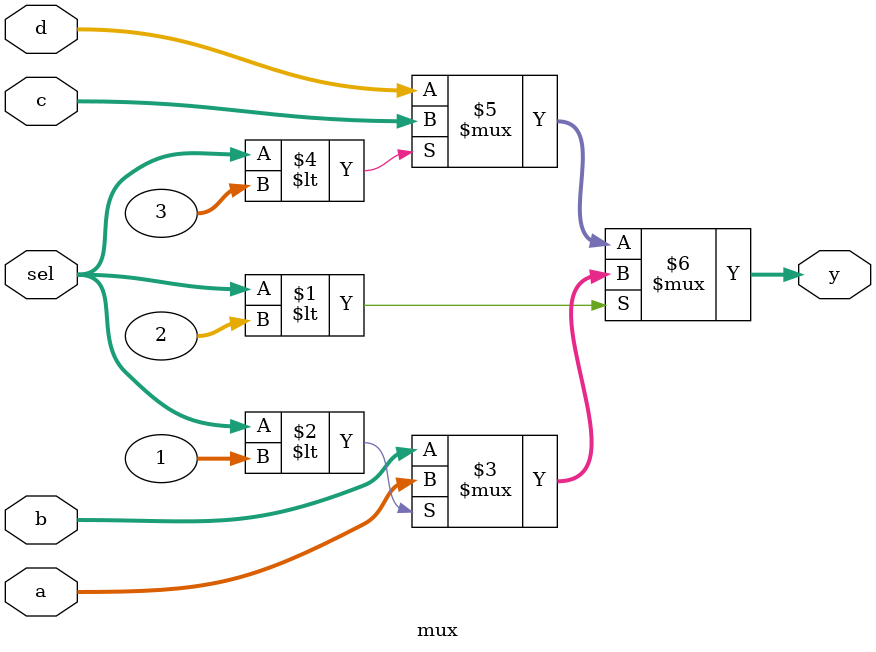
<source format=v>
`timescale 1ns / 1ps
module mux
    (
        input [15:0] a, b, c, d,
        input [1:0] sel,
        output [15:0] y
    );
//    always @ (sel or a or b or c or d)
//    begin
    assign y=(sel<2)?((sel<1)?a:b):((sel<3)?c:d);
//        case(sel)
//            0: assign y=a;
//            1: assign y=b;
//            2: assign y=c;
//            3: assign y=d;
//        endcase
//    end
endmodule

</source>
